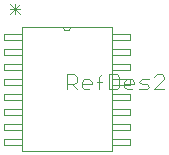
<source format=gm1>
%FSTAX24Y24*%
%MOIN*%
G70*
G01*
G75*
G04 Layer_Color=16711935*
%ADD10R,0.0500X0.0550*%
%ADD11R,0.0910X0.0220*%
%ADD12C,0.0450*%
%ADD13C,0.0200*%
%ADD14C,0.0160*%
%ADD15C,0.0071*%
%ADD16R,0.1360X0.1360*%
%ADD17C,0.1360*%
%ADD18R,0.0850X0.0600*%
%ADD19O,0.0850X0.0600*%
%ADD20O,0.0600X0.0850*%
%ADD21R,0.0600X0.0850*%
%ADD22C,0.1380*%
%ADD23C,0.0060*%
%ADD24C,0.0100*%
%ADD25C,0.0040*%
%ADD26C,0.0050*%
%ADD27C,0.0070*%
%ADD28C,0.0030*%
%ADD29R,0.0580X0.0630*%
%ADD30R,0.0990X0.0300*%
%ADD31R,0.1440X0.1440*%
%ADD32C,0.1440*%
%ADD33R,0.0930X0.0680*%
%ADD34O,0.0930X0.0680*%
%ADD35O,0.0680X0.0930*%
%ADD36R,0.0680X0.0930*%
%ADD37C,0.1460*%
%ADD38C,0.0000*%
D28*
X04285Y0212D02*
Y0217D01*
X0431D01*
X043183Y021617D01*
Y02145D01*
X0431Y021367D01*
X04285D01*
X043017D02*
X043183Y0212D01*
X0436D02*
X043433D01*
X04335Y021283D01*
Y02145D01*
X043433Y021533D01*
X0436D01*
X043683Y02145D01*
Y021367D01*
X04335D01*
X043933Y0212D02*
Y021617D01*
Y02145D01*
X04385D01*
X044016D01*
X043933D01*
Y021617D01*
X044016Y0217D01*
X044266D02*
Y0212D01*
X044516D01*
X044599Y021283D01*
Y021617D01*
X044516Y0217D01*
X044266D01*
X045016Y0212D02*
X044849D01*
X044766Y021283D01*
Y02145D01*
X044849Y021533D01*
X045016D01*
X045099Y02145D01*
Y021367D01*
X044766D01*
X045266Y0212D02*
X045516D01*
X045599Y021283D01*
X045516Y021367D01*
X045349D01*
X045266Y02145D01*
X045349Y021533D01*
X045599D01*
X046099Y0212D02*
X045766D01*
X046099Y021533D01*
Y021617D01*
X046016Y0217D01*
X045849D01*
X045766Y021617D01*
X04097Y024037D02*
X041303Y023703D01*
X04097D02*
X041303Y024037D01*
X04097Y02387D02*
X041303D01*
X041137Y023703D02*
Y024037D01*
D38*
X04273Y023265D02*
G03*
X04297Y023265I00012J0D01*
G01*
X041355Y019135D02*
Y023265D01*
X044345D01*
Y019135D02*
Y023265D01*
X041355Y019135D02*
X044345D01*
Y02305D02*
X044945D01*
Y02285D02*
Y02305D01*
X044345Y02285D02*
X044945D01*
X044345D02*
Y02305D01*
Y02255D02*
X044945D01*
Y02235D02*
Y02255D01*
X044345Y02235D02*
X044945D01*
X044345D02*
Y02255D01*
Y02205D02*
X044945D01*
Y02185D02*
Y02205D01*
X044345Y02185D02*
X044945D01*
X044345D02*
Y02205D01*
Y02155D02*
X044945D01*
Y02135D02*
Y02155D01*
X044345Y02135D02*
X044945D01*
X044345D02*
Y02155D01*
Y02105D02*
X044945D01*
Y02085D02*
Y02105D01*
X044345Y02085D02*
X044945D01*
X044345D02*
Y02105D01*
Y02055D02*
X044945D01*
Y02035D02*
Y02055D01*
X044345Y02035D02*
X044945D01*
X044345D02*
Y02055D01*
Y02005D02*
X044945D01*
Y01985D02*
Y02005D01*
X044345Y01985D02*
X044945D01*
X044345D02*
Y02005D01*
Y01955D02*
X044945D01*
Y01935D02*
Y01955D01*
X044345Y01935D02*
X044945D01*
X044345D02*
Y01955D01*
X040755Y01935D02*
X041355D01*
X040755D02*
Y01955D01*
X041355D01*
Y01935D02*
Y01955D01*
X040755Y01985D02*
X041355D01*
X040755D02*
Y02005D01*
X041355D01*
Y01985D02*
Y02005D01*
X040755Y02035D02*
X041355D01*
X040755D02*
Y02055D01*
X041355D01*
Y02035D02*
Y02055D01*
X040755Y02085D02*
X041355D01*
X040755D02*
Y02105D01*
X041355D01*
Y02085D02*
Y02105D01*
X040755Y02135D02*
X041355D01*
X040755D02*
Y02155D01*
X041355D01*
Y02135D02*
Y02155D01*
X040755Y02185D02*
X041355D01*
X040755D02*
Y02205D01*
X041355D01*
Y02185D02*
Y02205D01*
X040755Y02235D02*
X041355D01*
X040755D02*
Y02255D01*
X041355D01*
Y02235D02*
Y02255D01*
X040755Y02285D02*
X041355D01*
X040755D02*
Y02305D01*
X041355D01*
Y02285D02*
Y02305D01*
M02*

</source>
